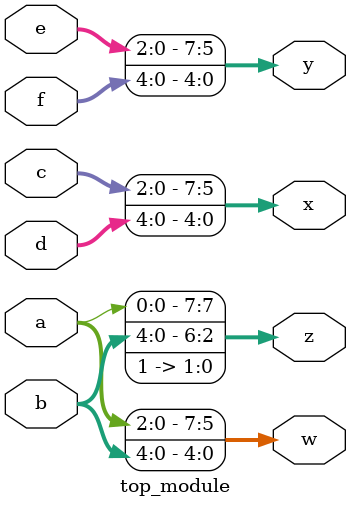
<source format=sv>
module top_module (
	input [4:0] a,
	input [4:0] b,
	input [4:0] c,
	input [4:0] d,
	input [4:0] e,
	input [4:0] f,
	output [7:0] w,
	output [7:0] x,
	output [7:0] y,
	output [7:0] z
);
	
	assign w = {a, b};
	assign x = {c, d};
	assign y = {e, f};
	assign z = {w[6:0], 2'b11};
	
endmodule

</source>
